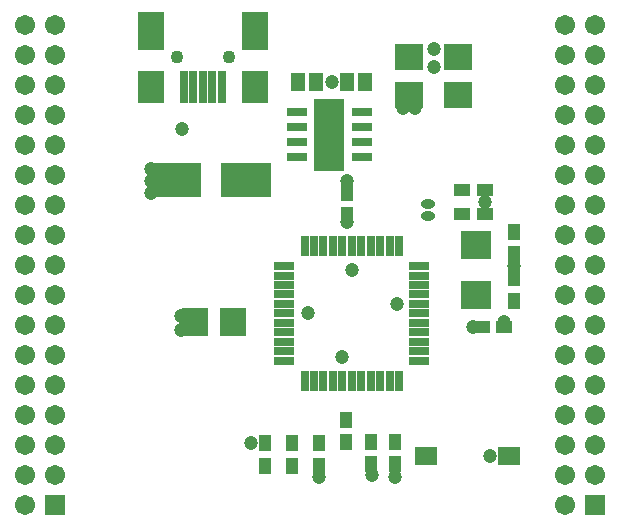
<source format=gts>
G04 Layer_Color=8388736*
%FSLAX25Y25*%
%MOIN*%
G70*
G01*
G75*
%ADD37R,0.02769X0.10642*%
%ADD38R,0.08674X0.10642*%
%ADD39R,0.08674X0.12611*%
%ADD40R,0.16548X0.11824*%
%ADD41R,0.07099X0.03162*%
%ADD42R,0.10288X0.24422*%
%ADD43R,0.09461X0.08674*%
%ADD44R,0.05131X0.06312*%
%ADD45R,0.10249X0.09461*%
%ADD46R,0.07690X0.06312*%
%ADD47R,0.06706X0.02965*%
%ADD48R,0.02965X0.06706*%
%ADD49R,0.04343X0.05524*%
%ADD50R,0.05524X0.04343*%
%ADD51R,0.08674X0.09461*%
%ADD52C,0.04343*%
%ADD53R,0.06706X0.06706*%
%ADD54C,0.06706*%
%ADD55O,0.04737X0.03162*%
%ADD56C,0.04737*%
D37*
X61811Y147835D02*
D03*
X64961D02*
D03*
X68110D02*
D03*
X71260D02*
D03*
X74410D02*
D03*
D38*
X50787D02*
D03*
X85433D02*
D03*
D39*
X50787Y166535D02*
D03*
X85433D02*
D03*
D40*
X82433Y117000D02*
D03*
X59205D02*
D03*
D41*
X121047Y124500D02*
D03*
Y129500D02*
D03*
Y134500D02*
D03*
Y139500D02*
D03*
X99591Y124500D02*
D03*
Y129500D02*
D03*
Y134500D02*
D03*
Y139500D02*
D03*
D42*
X110319Y132000D02*
D03*
D43*
X153319Y157799D02*
D03*
Y145201D02*
D03*
X136819Y157799D02*
D03*
Y145201D02*
D03*
D44*
X116366Y149500D02*
D03*
X122272D02*
D03*
X105772Y149500D02*
D03*
X99866D02*
D03*
D45*
X159319Y78732D02*
D03*
Y95268D02*
D03*
D46*
X142539Y25000D02*
D03*
X170098D02*
D03*
D47*
X95378Y88248D02*
D03*
Y85098D02*
D03*
Y81949D02*
D03*
Y78799D02*
D03*
Y75650D02*
D03*
Y72500D02*
D03*
Y69350D02*
D03*
Y66201D02*
D03*
Y63051D02*
D03*
Y59902D02*
D03*
Y56752D02*
D03*
X140260D02*
D03*
Y59902D02*
D03*
Y63051D02*
D03*
Y66201D02*
D03*
Y69350D02*
D03*
Y72500D02*
D03*
Y75650D02*
D03*
Y78799D02*
D03*
Y81949D02*
D03*
Y85098D02*
D03*
Y88248D02*
D03*
D48*
X102071Y50059D02*
D03*
X105220D02*
D03*
X108370D02*
D03*
X111520D02*
D03*
X114669D02*
D03*
X117819D02*
D03*
X120968D02*
D03*
X124118D02*
D03*
X127268D02*
D03*
X130417D02*
D03*
X133567D02*
D03*
Y94941D02*
D03*
X130417D02*
D03*
X127268D02*
D03*
X124118D02*
D03*
X120968D02*
D03*
X117819D02*
D03*
X114669D02*
D03*
X111520D02*
D03*
X108370D02*
D03*
X105220D02*
D03*
X102071D02*
D03*
D49*
X124319Y29756D02*
D03*
Y22276D02*
D03*
X132319Y22244D02*
D03*
Y29724D02*
D03*
X116319Y112756D02*
D03*
Y105276D02*
D03*
X106819Y21744D02*
D03*
Y29224D02*
D03*
X171819Y84256D02*
D03*
Y76776D02*
D03*
Y92244D02*
D03*
Y99724D02*
D03*
X115819Y37000D02*
D03*
Y29520D02*
D03*
X97819Y21744D02*
D03*
Y29224D02*
D03*
X88819D02*
D03*
Y21744D02*
D03*
D50*
X168575Y68000D02*
D03*
X161094D02*
D03*
X162075Y105500D02*
D03*
X154595D02*
D03*
X162075Y113500D02*
D03*
X154595D02*
D03*
D51*
X65520Y69500D02*
D03*
X78118D02*
D03*
D52*
X76772Y158071D02*
D03*
X59449D02*
D03*
D53*
X18819Y8500D02*
D03*
X198819D02*
D03*
D54*
X8819D02*
D03*
X18819Y18500D02*
D03*
X8819D02*
D03*
X18819Y28500D02*
D03*
X8819D02*
D03*
X18819Y38500D02*
D03*
X8819D02*
D03*
X18819Y48500D02*
D03*
X8819D02*
D03*
X18819Y58500D02*
D03*
X8819D02*
D03*
X18819Y68500D02*
D03*
X8819D02*
D03*
X18819Y78500D02*
D03*
X8819D02*
D03*
X18819Y88500D02*
D03*
X8819D02*
D03*
X18819Y98500D02*
D03*
X8819D02*
D03*
X18819Y108500D02*
D03*
X8819D02*
D03*
X18819Y118500D02*
D03*
X8819D02*
D03*
X18819Y128500D02*
D03*
X8819D02*
D03*
X18819Y138500D02*
D03*
X8819D02*
D03*
X18819Y148500D02*
D03*
X8819D02*
D03*
X18819Y158500D02*
D03*
X8819D02*
D03*
X18819Y168500D02*
D03*
X8819D02*
D03*
X188819Y8500D02*
D03*
X198819Y18500D02*
D03*
X188819D02*
D03*
X198819Y28500D02*
D03*
X188819D02*
D03*
X198819Y38500D02*
D03*
X188819D02*
D03*
X198819Y48500D02*
D03*
X188819D02*
D03*
X198819Y58500D02*
D03*
X188819D02*
D03*
X198819Y68500D02*
D03*
X188819D02*
D03*
X198819Y78500D02*
D03*
X188819D02*
D03*
X198819Y88500D02*
D03*
X188819D02*
D03*
X198819Y98500D02*
D03*
X188819D02*
D03*
X198819Y108500D02*
D03*
X188819D02*
D03*
X198819Y118500D02*
D03*
X188819D02*
D03*
X198819Y128500D02*
D03*
X188819D02*
D03*
X198819Y138500D02*
D03*
X188819D02*
D03*
X198819Y148500D02*
D03*
X188819D02*
D03*
X198819Y158500D02*
D03*
X188819D02*
D03*
X198819Y168500D02*
D03*
X188819D02*
D03*
D55*
X143319Y108937D02*
D03*
Y105000D02*
D03*
D56*
X50819Y112500D02*
D03*
Y116500D02*
D03*
Y120500D02*
D03*
X145069Y160500D02*
D03*
Y154500D02*
D03*
X138819Y141000D02*
D03*
X134819D02*
D03*
X103319Y72500D02*
D03*
X114669Y58000D02*
D03*
X132819Y75650D02*
D03*
X117819Y87000D02*
D03*
X112319Y132500D02*
D03*
X107819Y123500D02*
D03*
Y128000D02*
D03*
Y132500D02*
D03*
X112319Y137000D02*
D03*
X107819D02*
D03*
X112319Y141500D02*
D03*
X107819D02*
D03*
X111069Y149500D02*
D03*
X60819Y67000D02*
D03*
Y71500D02*
D03*
X116319Y103000D02*
D03*
X158319Y68000D02*
D03*
X116319Y116500D02*
D03*
X106819Y18000D02*
D03*
X84319Y29224D02*
D03*
X163819Y25000D02*
D03*
X132319Y18000D02*
D03*
X162075Y109500D02*
D03*
X168504Y69685D02*
D03*
X171819Y88250D02*
D03*
X61197Y133858D02*
D03*
X124409Y18504D02*
D03*
X112205Y127953D02*
D03*
Y123228D02*
D03*
M02*

</source>
